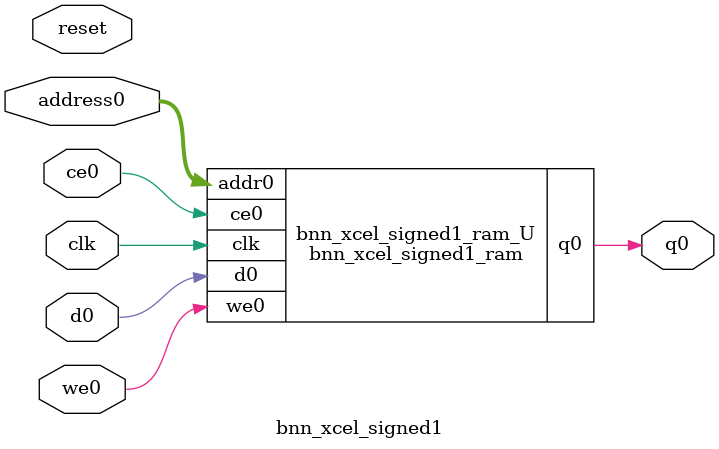
<source format=v>
`timescale 1 ns / 1 ps
module bnn_xcel_signed1_ram (addr0, ce0, d0, we0, q0,  clk);

parameter DWIDTH = 1;
parameter AWIDTH = 8;
parameter MEM_SIZE = 256;

input[AWIDTH-1:0] addr0;
input ce0;
input[DWIDTH-1:0] d0;
input we0;
output reg[DWIDTH-1:0] q0;
input clk;

(* ram_style = "distributed" *)reg [DWIDTH-1:0] ram[0:MEM_SIZE-1];




always @(posedge clk)  
begin 
    if (ce0) begin
        if (we0) 
            ram[addr0] <= d0; 
        q0 <= ram[addr0];
    end
end


endmodule

`timescale 1 ns / 1 ps
module bnn_xcel_signed1(
    reset,
    clk,
    address0,
    ce0,
    we0,
    d0,
    q0);

parameter DataWidth = 32'd1;
parameter AddressRange = 32'd256;
parameter AddressWidth = 32'd8;
input reset;
input clk;
input[AddressWidth - 1:0] address0;
input ce0;
input we0;
input[DataWidth - 1:0] d0;
output[DataWidth - 1:0] q0;



bnn_xcel_signed1_ram bnn_xcel_signed1_ram_U(
    .clk( clk ),
    .addr0( address0 ),
    .ce0( ce0 ),
    .we0( we0 ),
    .d0( d0 ),
    .q0( q0 ));

endmodule


</source>
